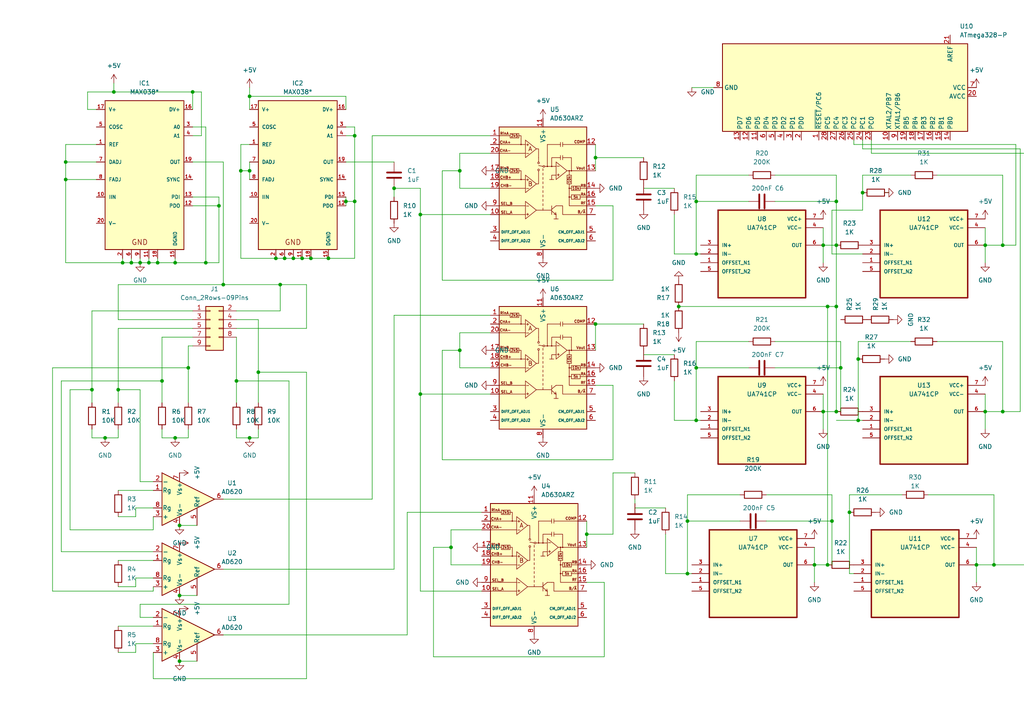
<source format=kicad_sch>
(kicad_sch (version 20211123) (generator eeschema)
  (paper "A4")
  (lib_symbols
    (symbol "Amplifier_Instrumentation:AD620" (pin_names (offset 0.127))
      (property "Reference" "U" (at 3.81 7.62 0))
      (property "Value" "AD620" (at 5.08 5.08 0))
      (symbol "AD620_1_1"
        (pin passive line (at -10.16 2.54 0) (length 2.54) (name "Rg") (number "1"))
        (pin input line (at -10.16 5.08 0) (length 2.54) (name "-") (number "2"))
        (pin input line (at -10.16 -5.08 0) (length 2.54) (name "+") (number "3"))
        (pin power_in line (at -2.54 -7.62 90) (length 2.54) (name "Vs-") (number "4"))
        (pin passive line (at 2.54 -7.62 90) (length 5.08) (name "Ref") (number "5"))
        (pin output line (at 10.16 0 180) (length 2.54) (name "~") (number "6"))
        (pin power_in line (at -2.54 7.62 270) (length 2.54) (name "Vs+") (number "7"))
        (pin passive line (at -10.16 -2.54 0) (length 2.54) (name "Rg") (number "8"))
      )
    )
    (symbol "Analog:AD630ARZ"
      (property "Reference" "U" (at -8.89 19.05 0))
      (property "Value" "AD630ARZ" (at 6.35 19.05 0))
      (symbol "AD630ARZ_0_0"
        (text "+" (at -4.445 -7.493 0) (effects (font (size 0.889 0.889))))
        (text "+" (at -4.445 2.54 0) (effects (font (size 0.889 0.889))))
        (text "+" (at -4.445 12.7 0) (effects (font (size 0.889 0.889))))
        (text "+" (at 4.445 3.937 0) (effects (font (size 0.889 0.889))))
        (text "-" (at -4.445 -5.08 0) (effects (font (size 0.889 0.889))))
        (text "-" (at -4.445 0 0) (effects (font (size 0.889 0.889))))
        (text "-" (at -4.445 10.16 0) (effects (font (size 0.889 0.889))))
        (text "-" (at 4.445 6.477 0) (effects (font (size 0.889 0.889))))
        (text "10k" (at 7.62 2.54 900) (effects (font (size 0.762 0.762))))
        (text "10k" (at 9.525 0 0) (effects (font (size 0.762 0.762))))
        (text "2k5" (at -8.255 5.08 0) (effects (font (size 0.762 0.762))))
        (text "2k5" (at -8.255 15.24 0) (effects (font (size 0.762 0.762))))
        (text "5k" (at 9.525 -2.54 0) (effects (font (size 0.762 0.762))))
        (text "A" (at -3.683 11.43 0) (effects (font (size 1.27 1.27))))
        (text "B" (at -3.683 1.27 0) (effects (font (size 1.27 1.27))))
        (text "B/~{A}" (at 11.176 -6.858 0) (effects (font (size 0.762 0.762))))
        (text "CHA+" (at -10.922 13.335 0) (effects (font (size 0.762 0.762))))
        (text "CHA-" (at -10.922 10.922 0) (effects (font (size 0.762 0.762))))
        (text "CHB+" (at -10.795 3.175 0) (effects (font (size 0.762 0.762))))
        (text "CHB-" (at -10.668 0.762 0) (effects (font (size 0.762 0.762))))
        (text "COMP" (at 10.668 13.462 0) (effects (font (size 0.762 0.762))))
        (text "RA" (at 11.684 -1.778 0) (effects (font (size 0.762 0.762))))
        (text "RB" (at 11.684 0.762 0) (effects (font (size 0.762 0.762))))
        (text "RF" (at 11.684 -4.318 0) (effects (font (size 0.762 0.762))))
        (text "RinA" (at -11.176 15.875 0) (effects (font (size 0.762 0.762))))
        (text "RinB" (at -11.176 5.842 0) (effects (font (size 0.762 0.762))))
        (text "SEL_A" (at -10.541 -6.985 0) (effects (font (size 0.762 0.762))))
        (text "SEL_B" (at -10.541 -4.445 0) (effects (font (size 0.762 0.762))))
        (text "Vout" (at 10.922 5.842 0) (effects (font (size 0.762 0.762))))
      )
      (symbol "AD630ARZ_1_1"
        (pin input line (at -15.24 15.24 0) (length 2.54) (name "RinA") (number "1"))
        (pin input line (at -15.24 -7.62 0) (length 2.54) (name "SEL_A") (number "10"))
        (pin power_in line (at 0 20.32 270) (length 2.54) (name "VS+") (number "11"))
        (pin passive line (at 15.24 12.7 180) (length 2.54) (name "COMP") (number "12"))
        (pin output line (at 15.24 5.08 180) (length 2.54) (name "Vout") (number "13"))
        (pin output line (at 15.24 0 180) (length 2.54) (name "RB") (number "14"))
        (pin output line (at 15.24 -5.08 180) (length 2.54) (name "RF") (number "15"))
        (pin output line (at 15.24 -2.54 180) (length 2.54) (name "RA") (number "16"))
        (pin input line (at -15.24 5.08 0) (length 2.54) (name "RinB") (number "17"))
        (pin input line (at -15.24 2.54 0) (length 2.54) (name "CHB+") (number "18"))
        (pin input line (at -15.24 0 0) (length 2.54) (name "CHB-") (number "19"))
        (pin input line (at -15.24 12.7 0) (length 2.54) (name "CHA+") (number "2"))
        (pin input line (at -15.24 10.16 0) (length 2.54) (name "CHA-") (number "20"))
        (pin passive line (at -15.24 -12.7 0) (length 2.54) (name "DIFF_OFF_ADJ1") (number "3"))
        (pin passive line (at -15.24 -15.24 0) (length 2.54) (name "DIFF_OFF_ADJ2") (number "4"))
        (pin passive line (at 15.24 -12.7 180) (length 2.54) (name "CM_OFF_ADJ1") (number "5"))
        (pin passive line (at 15.24 -15.24 180) (length 2.54) (name "CM_OFF_ADJ2") (number "6"))
        (pin open_collector line (at 15.24 -7.62 180) (length 2.54) (name "B/~{A}") (number "7"))
        (pin power_in line (at 0 -20.32 90) (length 2.54) (name "VS-") (number "8"))
        (pin input line (at -15.24 -5.08 0) (length 2.54) (name "SEL_B") (number "9"))
      )
    )
    (symbol "Connector_Generic:Conn_2Rows-09Pins" (pin_names (offset 1.016) hide)
      (property "Reference" "J" (at 1.27 7.62 0))
      (property "Value" "Conn_2Rows-09Pins" (at 1.27 -7.62 0))
      (symbol "Conn_2Rows-09Pins_1_1"
        (pin passive line (at -5.08 5.08 0) (length 3.81) (name "Pin_1") (number "1"))
        (pin passive line (at 7.62 5.08 180) (length 3.81) (name "Pin_2") (number "2"))
        (pin passive line (at -5.08 2.54 0) (length 3.81) (name "Pin_3") (number "3"))
        (pin passive line (at 7.62 2.54 180) (length 3.81) (name "Pin_4") (number "4"))
        (pin passive line (at -5.08 0 0) (length 3.81) (name "Pin_5") (number "5"))
        (pin passive line (at 7.62 0 180) (length 3.81) (name "Pin_6") (number "6"))
        (pin passive line (at -5.08 -2.54 0) (length 3.81) (name "Pin_7") (number "7"))
        (pin passive line (at 7.62 -2.54 180) (length 3.81) (name "Pin_8") (number "8"))
        (pin passive line (at -5.08 -5.08 0) (length 3.81) (name "Pin_9") (number "9"))
      )
    )
    (symbol "Device:C" (pin_numbers hide) (pin_names (offset 0.254))
      (property "Reference" "C" (at 0.635 2.54 0))
      (property "Value" "C" (at 0.635 -2.54 0))
      (symbol "C_1_1"
        (pin passive line (at 0 3.81 270) (length 2.794) (name "~") (number "1"))
        (pin passive line (at 0 -3.81 90) (length 2.794) (name "~") (number "2"))
      )
    )
    (symbol "Device:R" (pin_numbers hide) (pin_names (offset 0))
      (property "Reference" "R" (at 2.032 0 90))
      (property "Value" "R" (at 0 0 90))
      (symbol "R_1_1"
        (pin passive line (at 0 3.81 270) (length 1.27) (name "~") (number "1"))
        (pin passive line (at 0 -3.81 90) (length 1.27) (name "~") (number "2"))
      )
    )
    (symbol "MAX038_:MAX038*" (pin_names (offset 1.016))
      (property "Reference" "IC" (at -12.7 19.0754 0))
      (property "Value" "MAX038*" (at 0 -5.08 90))
      (symbol "MAX038*_0_0"
        (text "GND" (at -5.08 -24.1554 0) (effects (font (size 1.524 1.524)) (justify left bottom)))
        (pin output line (at -15.24 5.08 0) (length 2.54) (name "REF") (number "1"))
        (pin passive line (at -15.24 -10.16 0) (length 2.54) (name "IIN") (number "10"))
        (pin power_in line (at 0 -27.94 90) (length 2.54) (name "~") (number "11"))
        (pin output line (at 12.7 -12.7 180) (length 2.54) (name "PDO") (number "12"))
        (pin input line (at 12.7 -10.16 180) (length 2.54) (name "PDI") (number "13"))
        (pin output line (at 12.7 -5.08 180) (length 2.54) (name "SYNC") (number "14"))
        (pin power_in line (at 7.62 -27.94 90) (length 2.54) (name "DGND") (number "15"))
        (pin power_in line (at 12.7 15.24 180) (length 2.54) (name "DV+") (number "16"))
        (pin power_in line (at -15.24 15.24 0) (length 2.54) (name "V+") (number "17"))
        (pin power_in line (at 2.54 -27.94 90) (length 2.54) (name "~") (number "18"))
        (pin output line (at 12.7 0 180) (length 2.54) (name "OUT") (number "19"))
        (pin power_in line (at -7.62 -27.94 90) (length 2.54) (name "~") (number "2"))
        (pin power_in line (at -15.24 -17.78 0) (length 2.54) (name "V-") (number "20"))
        (pin input line (at 12.7 10.16 180) (length 2.54) (name "A0") (number "3"))
        (pin input line (at 12.7 7.62 180) (length 2.54) (name "A1") (number "4"))
        (pin passive line (at -15.24 10.16 0) (length 2.54) (name "COSC") (number "5"))
        (pin power_in line (at -5.08 -27.94 90) (length 2.54) (name "~") (number "6"))
        (pin input line (at -15.24 0 0) (length 2.54) (name "DADJ") (number "7"))
        (pin input line (at -15.24 -5.08 0) (length 2.54) (name "FADJ") (number "8"))
        (pin power_in line (at -2.54 -27.94 90) (length 2.54) (name "~") (number "9"))
      )
    )
    (symbol "MCU_Microchip_ATmega:ATmega328-P"
      (property "Reference" "U" (at -12.7 36.83 0))
      (property "Value" "ATmega328-P" (at 2.54 -36.83 0))
      (symbol "ATmega328-P_1_1"
        (pin bidirectional line (at 15.24 -7.62 180) (length 2.54) (name "~{RESET}/PC6") (number "1"))
        (pin bidirectional line (at 15.24 12.7 180) (length 2.54) (name "XTAL2/PB7") (number "10"))
        (pin bidirectional line (at 15.24 -25.4 180) (length 2.54) (name "PD5") (number "11"))
        (pin bidirectional line (at 15.24 -27.94 180) (length 2.54) (name "PD6") (number "12"))
        (pin bidirectional line (at 15.24 -30.48 180) (length 2.54) (name "PD7") (number "13"))
        (pin bidirectional line (at 15.24 30.48 180) (length 2.54) (name "PB0") (number "14"))
        (pin bidirectional line (at 15.24 27.94 180) (length 2.54) (name "PB1") (number "15"))
        (pin bidirectional line (at 15.24 25.4 180) (length 2.54) (name "PB2") (number "16"))
        (pin bidirectional line (at 15.24 22.86 180) (length 2.54) (name "PB3") (number "17"))
        (pin bidirectional line (at 15.24 20.32 180) (length 2.54) (name "PB4") (number "18"))
        (pin bidirectional line (at 15.24 17.78 180) (length 2.54) (name "PB5") (number "19"))
        (pin bidirectional line (at 15.24 -12.7 180) (length 2.54) (name "PD0") (number "2"))
        (pin power_in line (at 2.54 38.1 270) (length 2.54) (name "AVCC") (number "20"))
        (pin passive line (at -15.24 30.48 0) (length 2.54) (name "AREF") (number "21"))
        (pin passive line (at 0 -38.1 90) (length 2.54) hide (name "GND") (number "22"))
        (pin bidirectional line (at 15.24 7.62 180) (length 2.54) (name "PC0") (number "23"))
        (pin bidirectional line (at 15.24 5.08 180) (length 2.54) (name "PC1") (number "24"))
        (pin bidirectional line (at 15.24 2.54 180) (length 2.54) (name "PC2") (number "25"))
        (pin bidirectional line (at 15.24 0 180) (length 2.54) (name "PC3") (number "26"))
        (pin bidirectional line (at 15.24 -2.54 180) (length 2.54) (name "PC4") (number "27"))
        (pin bidirectional line (at 15.24 -5.08 180) (length 2.54) (name "PC5") (number "28"))
        (pin bidirectional line (at 15.24 -15.24 180) (length 2.54) (name "PD1") (number "3"))
        (pin bidirectional line (at 15.24 -17.78 180) (length 2.54) (name "PD2") (number "4"))
        (pin bidirectional line (at 15.24 -20.32 180) (length 2.54) (name "PD3") (number "5"))
        (pin bidirectional line (at 15.24 -22.86 180) (length 2.54) (name "PD4") (number "6"))
        (pin power_in line (at 0 38.1 270) (length 2.54) (name "VCC") (number "7"))
        (pin power_in line (at 0 -38.1 90) (length 2.54) (name "GND") (number "8"))
        (pin bidirectional line (at 15.24 15.24 180) (length 2.54) (name "XTAL1/PB6") (number "9"))
      )
    )
    (symbol "power:+5V" (power) (pin_names (offset 0))
      (property "Value" "+5V" (at 0 3.556 0))
      (symbol "+5V_1_1"
        (pin power_in line (at 0 0 90) (length 0) hide (name "+5V") (number "1"))
      )
    )
    (symbol "power:GND" (power) (pin_names (offset 0))
      (property "Value" "GND" (at 0 -3.81 0))
      (symbol "GND_1_1"
        (pin power_in line (at 0 0 270) (length 0) hide (name "GND") (number "1"))
      )
    )
    (symbol "uA741:UA741CP" (pin_names (offset 1.016))
      (property "Reference" "U" (at -12.7 13.6906 0))
      (property "Value" "UA741CP" (at -12.7 -16.6878 0))
      (symbol "UA741CP_0_0"
        (pin input line (at -17.78 -2.54 0) (length 5.08) (name "OFFSET_N1") (number "1"))
        (pin input line (at -17.78 0 0) (length 5.08) (name "IN-") (number "2"))
        (pin input line (at -17.78 2.54 0) (length 5.08) (name "IN+") (number "3"))
        (pin power_in line (at 17.78 7.62 180) (length 5.08) (name "VCC-") (number "4"))
        (pin input line (at -17.78 -5.08 0) (length 5.08) (name "OFFSET_N2") (number "5"))
        (pin output line (at 17.78 2.54 180) (length 5.08) (name "OUT") (number "6"))
        (pin power_in line (at 17.78 10.16 180) (length 5.08) (name "VCC+") (number "7"))
      )
    )
  )
  (junction (at 72.39 49.53))
  (junction (at 87.63 74.93))
  (junction (at 45.72 76.2))
  (junction (at 238.76 119.38))
  (junction (at 95.25 74.93))
  (junction (at 74.93 107.95))
  (junction (at 196.85 88.9))
  (junction (at 240.03 163.83))
  (junction (at 121.92 62.23))
  (junction (at 38.1 76.2))
  (junction (at 285.75 119.38))
  (junction (at 238.76 71.12))
  (junction (at 172.72 45.72))
  (junction (at 248.92 104.14))
  (junction (at 246.38 148.59))
  (junction (at 52.07 172.72))
  (junction (at 242.57 71.12))
  (junction (at 50.8 76.2))
  (junction (at 26.67 113.03))
  (junction (at 52.07 191.77))
  (junction (at 201.93 58.42))
  (junction (at 201.93 106.68))
  (junction (at 40.64 76.2))
  (junction (at 34.29 113.03))
  (junction (at 241.3 151.13))
  (junction (at 248.92 121.92))
  (junction (at 285.75 71.12))
  (junction (at 19.05 46.99))
  (junction (at 52.07 152.4))
  (junction (at 172.72 93.98))
  (junction (at 46.99 110.49))
  (junction (at 242.57 119.38))
  (junction (at 82.55 74.93))
  (junction (at 85.09 74.93))
  (junction (at 170.18 154.94))
  (junction (at 100.33 58.42))
  (junction (at 72.39 127))
  (junction (at 90.17 74.93))
  (junction (at 243.84 106.68))
  (junction (at 236.22 163.83))
  (junction (at 81.28 82.55))
  (junction (at 242.57 88.9))
  (junction (at 242.57 58.42))
  (junction (at 69.85 49.53))
  (junction (at 199.39 166.37))
  (junction (at 121.92 114.3))
  (junction (at 250.19 55.88))
  (junction (at 50.8 127))
  (junction (at 290.83 71.12))
  (junction (at 201.93 121.92))
  (junction (at 199.39 151.13))
  (junction (at 240.03 88.9))
  (junction (at 64.77 82.55))
  (junction (at 55.88 26.67))
  (junction (at 133.35 101.6))
  (junction (at 290.83 119.38))
  (junction (at 30.48 127))
  (junction (at 54.61 106.68))
  (junction (at 63.5 59.69))
  (junction (at 59.69 76.2))
  (junction (at 102.87 39.37))
  (junction (at 19.05 52.07))
  (junction (at 80.01 74.93))
  (junction (at 33.02 26.67))
  (junction (at 288.29 163.83))
  (junction (at 43.18 76.2))
  (junction (at 133.35 49.53))
  (junction (at 72.39 27.94))
  (junction (at 102.87 58.42))
  (junction (at 68.58 110.49))
  (junction (at 130.81 158.75))
  (junction (at 283.21 163.83))
  (junction (at 201.93 73.66))
  (junction (at 114.3 54.61))
  (junction (at 35.56 76.2))
  (wire (pts (xy 74.93 107.95) (xy 88.9 107.95)))
  (wire (pts (xy 55.88 46.99) (xy 64.77 46.99)))
  (wire (pts (xy 242.57 119.38) (xy 243.84 119.38)))
  (wire (pts (xy 26.67 90.17) (xy 55.88 90.17)))
  (wire (pts (xy 172.72 93.98) (xy 172.72 101.6)))
  (wire (pts (xy 40.64 175.26) (xy 40.64 179.07)))
  (wire (pts (xy 64.77 184.15) (xy 118.11 184.15)))
  (wire (pts (xy 40.64 74.93) (xy 40.64 76.2)))
  (wire (pts (xy 285.75 71.12) (xy 285.75 76.2)))
  (wire (pts (xy 74.93 92.71) (xy 74.93 107.95)))
  (wire (pts (xy 100.33 27.94) (xy 100.33 31.75)))
  (wire (pts (xy 201.93 121.92) (xy 201.93 106.68)))
  (wire (pts (xy 72.39 46.99) (xy 72.39 49.53)))
  (wire (pts (xy 201.93 58.42) (xy 217.17 58.42)))
  (wire (pts (xy 87.63 74.93) (xy 90.17 74.93)))
  (wire (pts (xy 170.18 154.94) (xy 170.18 158.75)))
  (wire (pts (xy 34.29 162.56) (xy 44.45 162.56)))
  (wire (pts (xy 248.92 99.06) (xy 248.92 104.14)))
  (wire (pts (xy 201.93 50.8) (xy 201.93 58.42)))
  (wire (pts (xy 58.42 39.37) (xy 58.42 26.67)))
  (wire (pts (xy 27.94 41.91) (xy 19.05 41.91)))
  (wire (pts (xy 34.29 82.55) (xy 64.77 82.55)))
  (wire (pts (xy 264.16 99.06) (xy 248.92 99.06)))
  (wire (pts (xy 46.99 124.46) (xy 46.99 127)))
  (wire (pts (xy 246.38 143.51) (xy 246.38 148.59)))
  (wire (pts (xy 139.7 171.45) (xy 121.92 171.45)))
  (wire (pts (xy 247.65 41.91) (xy 247.65 40.64)))
  (wire (pts (xy 195.58 110.49) (xy 195.58 121.92)))
  (wire (pts (xy 133.35 54.61) (xy 133.35 49.53)))
  (wire (pts (xy 139.7 163.83) (xy 130.81 163.83)))
  (wire (pts (xy 250.19 50.8) (xy 250.19 55.88)))
  (wire (pts (xy 52.07 172.72) (xy 57.15 172.72)))
  (wire (pts (xy 100.33 57.15) (xy 100.33 58.42)))
  (wire (pts (xy 133.35 96.52) (xy 142.24 96.52)))
  (wire (pts (xy 34.29 92.71) (xy 55.88 92.71)))
  (wire (pts (xy 242.57 58.42) (xy 242.57 71.12)))
  (wire (pts (xy 64.77 82.55) (xy 81.28 82.55)))
  (wire (pts (xy 290.83 99.06) (xy 290.83 119.38)))
  (wire (pts (xy 172.72 111.76) (xy 177.8 111.76)))
  (wire (pts (xy 224.79 99.06) (xy 243.84 99.06)))
  (wire (pts (xy 290.83 50.8) (xy 290.83 71.12)))
  (wire (pts (xy 54.61 124.46) (xy 54.61 127)))
  (wire (pts (xy 128.27 133.35) (xy 177.8 133.35)))
  (wire (pts (xy 34.29 142.24) (xy 44.45 142.24)))
  (wire (pts (xy 195.58 62.23) (xy 195.58 73.66)))
  (wire (pts (xy 52.07 191.77) (xy 57.15 191.77)))
  (wire (pts (xy 90.17 74.93) (xy 95.25 74.93)))
  (wire (pts (xy 133.35 101.6) (xy 133.35 96.52)))
  (wire (pts (xy 34.29 82.55) (xy 34.29 92.71)))
  (wire (pts (xy 297.18 163.83) (xy 297.18 44.45)))
  (wire (pts (xy 88.9 196.85) (xy 44.45 196.85)))
  (wire (pts (xy 45.72 76.2) (xy 50.8 76.2)))
  (wire (pts (xy 59.69 76.2) (xy 63.5 76.2)))
  (wire (pts (xy 43.18 74.93) (xy 43.18 76.2)))
  (wire (pts (xy 26.67 127) (xy 30.48 127)))
  (wire (pts (xy 288.29 163.83) (xy 297.18 163.83)))
  (wire (pts (xy 295.91 43.18) (xy 250.19 43.18)))
  (wire (pts (xy 34.29 113.03) (xy 40.64 113.03)))
  (wire (pts (xy 285.75 119.38) (xy 285.75 124.46)))
  (wire (pts (xy 248.92 121.92) (xy 250.19 121.92)))
  (wire (pts (xy 184.15 144.78) (xy 184.15 146.05)))
  (wire (pts (xy 128.27 81.28) (xy 177.8 81.28)))
  (wire (pts (xy 222.25 143.51) (xy 241.3 143.51)))
  (wire (pts (xy 72.39 49.53) (xy 69.85 49.53)))
  (wire (pts (xy 130.81 163.83) (xy 130.81 158.75)))
  (wire (pts (xy 172.72 41.91) (xy 172.72 45.72)))
  (wire (pts (xy 34.29 127) (xy 30.48 127)))
  (wire (pts (xy 264.16 50.8) (xy 250.19 50.8)))
  (wire (pts (xy 177.8 154.94) (xy 177.8 137.16)))
  (wire (pts (xy 172.72 59.69) (xy 177.8 59.69)))
  (wire (pts (xy 72.39 49.53) (xy 72.39 52.07)))
  (wire (pts (xy 238.76 66.04) (xy 238.76 71.12)))
  (wire (pts (xy 297.18 44.45) (xy 252.73 44.45)))
  (wire (pts (xy 283.21 163.83) (xy 283.21 168.91)))
  (wire (pts (xy 39.37 147.32) (xy 39.37 149.86)))
  (wire (pts (xy 217.17 39.37) (xy 217.17 40.64)))
  (wire (pts (xy 68.58 110.49) (xy 83.82 110.49)))
  (wire (pts (xy 55.88 57.15) (xy 63.5 57.15)))
  (wire (pts (xy 240.03 88.9) (xy 242.57 88.9)))
  (wire (pts (xy 102.87 39.37) (xy 100.33 39.37)))
  (wire (pts (xy 201.93 73.66) (xy 203.2 73.66)))
  (wire (pts (xy 170.18 151.13) (xy 170.18 154.94)))
  (wire (pts (xy 201.93 73.66) (xy 201.93 58.42)))
  (wire (pts (xy 283.21 158.75) (xy 283.21 163.83)))
  (wire (pts (xy 55.88 39.37) (xy 58.42 39.37)))
  (wire (pts (xy 54.61 100.33) (xy 54.61 106.68)))
  (wire (pts (xy 246.38 148.59) (xy 246.38 166.37)))
  (wire (pts (xy 19.05 76.2) (xy 35.56 76.2)))
  (wire (pts (xy 242.57 121.92) (xy 248.92 121.92)))
  (wire (pts (xy 121.92 54.61) (xy 121.92 62.23)))
  (wire (pts (xy 39.37 167.64) (xy 39.37 170.18)))
  (wire (pts (xy 34.29 95.25) (xy 34.29 113.03)))
  (wire (pts (xy 199.39 151.13) (xy 214.63 151.13)))
  (wire (pts (xy 25.4 26.67) (xy 25.4 31.75)))
  (wire (pts (xy 17.78 160.02) (xy 44.45 160.02)))
  (wire (pts (xy 64.77 165.1) (xy 114.3 165.1)))
  (wire (pts (xy 82.55 74.93) (xy 85.09 74.93)))
  (wire (pts (xy 74.93 124.46) (xy 74.93 127)))
  (wire (pts (xy 285.75 66.04) (xy 285.75 71.12)))
  (wire (pts (xy 196.85 88.9) (xy 240.03 88.9)))
  (wire (pts (xy 199.39 143.51) (xy 199.39 151.13)))
  (wire (pts (xy 241.3 151.13) (xy 241.3 163.83)))
  (wire (pts (xy 250.19 73.66) (xy 241.3 73.66)))
  (wire (pts (xy 238.76 71.12) (xy 238.76 76.2)))
  (wire (pts (xy 68.58 127) (xy 72.39 127)))
  (wire (pts (xy 69.85 74.93) (xy 80.01 74.93)))
  (wire (pts (xy 130.81 153.67) (xy 139.7 153.67)))
  (wire (pts (xy 54.61 106.68) (xy 54.61 116.84)))
  (wire (pts (xy 63.5 57.15) (xy 63.5 59.69)))
  (wire (pts (xy 46.99 127) (xy 50.8 127)))
  (wire (pts (xy 43.18 76.2) (xy 45.72 76.2)))
  (wire (pts (xy 142.24 39.37) (xy 107.95 39.37)))
  (wire (pts (xy 72.39 27.94) (xy 100.33 27.94)))
  (wire (pts (xy 26.67 113.03) (xy 26.67 116.84)))
  (wire (pts (xy 238.76 119.38) (xy 238.76 124.46)))
  (wire (pts (xy 17.78 110.49) (xy 17.78 160.02)))
  (wire (pts (xy 250.19 43.18) (xy 250.19 40.64)))
  (wire (pts (xy 294.64 71.12) (xy 294.64 41.91)))
  (wire (pts (xy 121.92 62.23) (xy 142.24 62.23)))
  (wire (pts (xy 44.45 153.67) (xy 20.32 153.67)))
  (wire (pts (xy 19.05 46.99) (xy 27.94 46.99)))
  (wire (pts (xy 224.79 58.42) (xy 242.57 58.42)))
  (wire (pts (xy 133.35 49.53) (xy 133.35 44.45)))
  (wire (pts (xy 172.72 45.72) (xy 186.69 45.72)))
  (wire (pts (xy 27.94 31.75) (xy 25.4 31.75)))
  (wire (pts (xy 193.04 166.37) (xy 199.39 166.37)))
  (wire (pts (xy 285.75 119.38) (xy 290.83 119.38)))
  (wire (pts (xy 55.88 59.69) (xy 63.5 59.69)))
  (wire (pts (xy 72.39 127) (xy 74.93 127)))
  (wire (pts (xy 68.58 90.17) (xy 81.28 90.17)))
  (wire (pts (xy 40.64 179.07) (xy 44.45 179.07)))
  (wire (pts (xy 195.58 73.66) (xy 201.93 73.66)))
  (wire (pts (xy 285.75 114.3) (xy 285.75 119.38)))
  (wire (pts (xy 133.35 44.45) (xy 142.24 44.45)))
  (wire (pts (xy 20.32 113.03) (xy 26.67 113.03)))
  (wire (pts (xy 40.64 113.03) (xy 40.64 139.7)))
  (wire (pts (xy 238.76 71.12) (xy 242.57 71.12)))
  (wire (pts (xy 241.3 73.66) (xy 241.3 60.96)))
  (wire (pts (xy 102.87 39.37) (xy 102.87 58.42)))
  (wire (pts (xy 186.69 102.87) (xy 195.58 102.87)))
  (wire (pts (xy 81.28 82.55) (xy 81.28 90.17)))
  (wire (pts (xy 50.8 127) (xy 54.61 127)))
  (wire (pts (xy 114.3 91.44) (xy 142.24 91.44)))
  (wire (pts (xy 44.45 186.69) (xy 39.37 186.69)))
  (wire (pts (xy 238.76 114.3) (xy 238.76 119.38)))
  (wire (pts (xy 125.73 190.5) (xy 125.73 158.75)))
  (wire (pts (xy 69.85 49.53) (xy 69.85 74.93)))
  (wire (pts (xy 285.75 71.12) (xy 290.83 71.12)))
  (wire (pts (xy 102.87 58.42) (xy 102.87 74.93)))
  (wire (pts (xy 269.24 143.51) (xy 288.29 143.51)))
  (wire (pts (xy 248.92 104.14) (xy 248.92 121.92)))
  (wire (pts (xy 118.11 148.59) (xy 139.7 148.59)))
  (wire (pts (xy 83.82 175.26) (xy 40.64 175.26)))
  (wire (pts (xy 39.37 189.23) (xy 34.29 189.23)))
  (wire (pts (xy 46.99 110.49) (xy 46.99 116.84)))
  (wire (pts (xy 222.25 151.13) (xy 241.3 151.13)))
  (wire (pts (xy 38.1 74.93) (xy 38.1 76.2)))
  (wire (pts (xy 199.39 166.37) (xy 199.39 151.13)))
  (wire (pts (xy 15.24 106.68) (xy 15.24 171.45)))
  (wire (pts (xy 19.05 46.99) (xy 19.05 52.07)))
  (wire (pts (xy 54.61 106.68) (xy 15.24 106.68)))
  (wire (pts (xy 195.58 121.92) (xy 201.93 121.92)))
  (wire (pts (xy 290.83 71.12) (xy 294.64 71.12)))
  (wire (pts (xy 107.95 39.37) (xy 107.95 144.78)))
  (wire (pts (xy 74.93 107.95) (xy 74.93 116.84)))
  (wire (pts (xy 236.22 163.83) (xy 240.03 163.83)))
  (wire (pts (xy 175.26 168.91) (xy 175.26 190.5)))
  (wire (pts (xy 128.27 133.35) (xy 128.27 101.6)))
  (wire (pts (xy 27.94 52.07) (xy 19.05 52.07)))
  (wire (pts (xy 236.22 158.75) (xy 236.22 163.83)))
  (wire (pts (xy 72.39 25.4) (xy 72.39 27.94)))
  (wire (pts (xy 271.78 99.06) (xy 290.83 99.06)))
  (wire (pts (xy 69.85 41.91) (xy 69.85 49.53)))
  (wire (pts (xy 102.87 36.83) (xy 102.87 39.37)))
  (wire (pts (xy 114.3 54.61) (xy 121.92 54.61)))
  (wire (pts (xy 172.72 93.98) (xy 186.69 93.98)))
  (wire (pts (xy 224.79 106.68) (xy 243.84 106.68)))
  (wire (pts (xy 200.66 25.4) (xy 207.01 25.4)))
  (wire (pts (xy 55.88 97.79) (xy 46.99 97.79)))
  (wire (pts (xy 170.18 168.91) (xy 175.26 168.91)))
  (wire (pts (xy 142.24 106.68) (xy 133.35 106.68)))
  (wire (pts (xy 100.33 58.42) (xy 102.87 58.42)))
  (wire (pts (xy 224.79 50.8) (xy 242.57 50.8)))
  (wire (pts (xy 257.81 55.88) (xy 256.54 55.88)))
  (wire (pts (xy 68.58 110.49) (xy 68.58 116.84)))
  (wire (pts (xy 177.8 137.16) (xy 184.15 137.16)))
  (wire (pts (xy 34.29 113.03) (xy 34.29 116.84)))
  (wire (pts (xy 121.92 114.3) (xy 142.24 114.3)))
  (wire (pts (xy 241.3 60.96) (xy 250.19 60.96)))
  (wire (pts (xy 142.24 54.61) (xy 133.35 54.61)))
  (wire (pts (xy 33.02 24.13) (xy 33.02 26.67)))
  (wire (pts (xy 55.88 95.25) (xy 34.29 95.25)))
  (wire (pts (xy 295.91 43.18) (xy 295.91 119.38)))
  (wire (pts (xy 242.57 88.9) (xy 242.57 119.38)))
  (wire (pts (xy 241.3 143.51) (xy 241.3 151.13)))
  (wire (pts (xy 40.64 139.7) (xy 44.45 139.7)))
  (wire (pts (xy 20.32 153.67) (xy 20.32 113.03)))
  (wire (pts (xy 45.72 74.93) (xy 45.72 76.2)))
  (wire (pts (xy 295.91 119.38) (xy 290.83 119.38)))
  (wire (pts (xy 186.69 54.61) (xy 195.58 54.61)))
  (wire (pts (xy 55.88 100.33) (xy 54.61 100.33)))
  (wire (pts (xy 294.64 41.91) (xy 247.65 41.91)))
  (wire (pts (xy 261.62 143.51) (xy 246.38 143.51)))
  (wire (pts (xy 177.8 111.76) (xy 177.8 133.35)))
  (wire (pts (xy 252.73 44.45) (xy 252.73 40.64)))
  (wire (pts (xy 100.33 46.99) (xy 114.3 46.99)))
  (wire (pts (xy 72.39 27.94) (xy 72.39 31.75)))
  (wire (pts (xy 83.82 110.49) (xy 83.82 175.26)))
  (wire (pts (xy 81.28 82.55) (xy 88.9 82.55)))
  (wire (pts (xy 238.76 119.38) (xy 242.57 119.38)))
  (wire (pts (xy 26.67 124.46) (xy 26.67 127)))
  (wire (pts (xy 68.58 124.46) (xy 68.58 127)))
  (wire (pts (xy 240.03 88.9) (xy 240.03 163.83)))
  (wire (pts (xy 44.45 147.32) (xy 39.37 147.32)))
  (wire (pts (xy 34.29 124.46) (xy 34.29 127)))
  (wire (pts (xy 88.9 107.95) (xy 88.9 196.85)))
  (wire (pts (xy 39.37 170.18) (xy 34.29 170.18)))
  (wire (pts (xy 177.8 59.69) (xy 177.8 81.28)))
  (wire (pts (xy 44.45 170.18) (xy 44.45 171.45)))
  (wire (pts (xy 85.09 74.93) (xy 87.63 74.93)))
  (wire (pts (xy 55.88 31.75) (xy 55.88 26.67)))
  (wire (pts (xy 44.45 167.64) (xy 39.37 167.64)))
  (wire (pts (xy 193.04 154.94) (xy 193.04 166.37)))
  (wire (pts (xy 114.3 165.1) (xy 114.3 91.44)))
  (wire (pts (xy 44.45 149.86) (xy 44.45 153.67)))
  (wire (pts (xy 199.39 166.37) (xy 200.66 166.37)))
  (wire (pts (xy 19.05 52.07) (xy 19.05 76.2)))
  (wire (pts (xy 283.21 163.83) (xy 288.29 163.83)))
  (wire (pts (xy 39.37 186.69) (xy 39.37 189.23)))
  (wire (pts (xy 240.03 163.83) (xy 241.3 163.83)))
  (wire (pts (xy 46.99 110.49) (xy 17.78 110.49)))
  (wire (pts (xy 121.92 62.23) (xy 121.92 114.3)))
  (wire (pts (xy 34.29 181.61) (xy 44.45 181.61)))
  (wire (pts (xy 130.81 158.75) (xy 130.81 153.67)))
  (wire (pts (xy 242.57 71.12) (xy 242.57 88.9)))
  (wire (pts (xy 46.99 97.79) (xy 46.99 110.49)))
  (wire (pts (xy 125.73 158.75) (xy 130.81 158.75)))
  (wire (pts (xy 201.93 99.06) (xy 201.93 106.68)))
  (wire (pts (xy 243.84 99.06) (xy 243.84 106.68)))
  (wire (pts (xy 214.63 143.51) (xy 199.39 143.51)))
  (wire (pts (xy 52.07 152.4) (xy 57.15 152.4)))
  (wire (pts (xy 59.69 36.83) (xy 59.69 76.2)))
  (wire (pts (xy 72.39 41.91) (xy 69.85 41.91)))
  (wire (pts (xy 100.33 36.83) (xy 102.87 36.83)))
  (wire (pts (xy 80.01 74.93) (xy 82.55 74.93)))
  (wire (pts (xy 100.33 58.42) (xy 100.33 59.69)))
  (wire (pts (xy 125.73 190.5) (xy 175.26 190.5)))
  (wire (pts (xy 64.77 46.99) (xy 64.77 82.55)))
  (wire (pts (xy 35.56 76.2) (xy 38.1 76.2)))
  (wire (pts (xy 55.88 26.67) (xy 58.42 26.67)))
  (wire (pts (xy 33.02 26.67) (xy 25.4 26.67)))
  (wire (pts (xy 271.78 50.8) (xy 290.83 50.8)))
  (wire (pts (xy 38.1 76.2) (xy 40.64 76.2)))
  (wire (pts (xy 64.77 144.78) (xy 107.95 144.78)))
  (wire (pts (xy 95.25 74.93) (xy 102.87 74.93)))
  (wire (pts (xy 44.45 189.23) (xy 44.45 196.85)))
  (wire (pts (xy 250.19 60.96) (xy 250.19 55.88)))
  (wire (pts (xy 118.11 184.15) (xy 118.11 148.59)))
  (wire (pts (xy 63.5 59.69) (xy 63.5 76.2)))
  (wire (pts (xy 217.17 99.06) (xy 201.93 99.06)))
  (wire (pts (xy 121.92 171.45) (xy 121.92 114.3)))
  (wire (pts (xy 172.72 45.72) (xy 172.72 49.53)))
  (wire (pts (xy 133.35 106.68) (xy 133.35 101.6)))
  (wire (pts (xy 243.84 106.68) (xy 243.84 119.38)))
  (wire (pts (xy 128.27 81.28) (xy 128.27 49.53)))
  (wire (pts (xy 39.37 149.86) (xy 34.29 149.86)))
  (wire (pts (xy 246.38 166.37) (xy 247.65 166.37)))
  (wire (pts (xy 88.9 95.25) (xy 88.9 82.55)))
  (wire (pts (xy 217.17 50.8) (xy 201.93 50.8)))
  (wire (pts (xy 35.56 74.93) (xy 35.56 76.2)))
  (wire (pts (xy 170.18 154.94) (xy 177.8 154.94)))
  (wire (pts (xy 33.02 26.67) (xy 55.88 26.67)))
  (wire (pts (xy 128.27 49.53) (xy 133.35 49.53)))
  (wire (pts (xy 26.67 90.17) (xy 26.67 113.03)))
  (wire (pts (xy 68.58 92.71) (xy 74.93 92.71)))
  (wire (pts (xy 201.93 106.68) (xy 217.17 106.68)))
  (wire (pts (xy 201.93 121.92) (xy 203.2 121.92)))
  (wire (pts (xy 68.58 95.25) (xy 88.9 95.25)))
  (wire (pts (xy 19.05 41.91) (xy 19.05 46.99)))
  (wire (pts (xy 50.8 74.93) (xy 50.8 76.2)))
  (wire (pts (xy 288.29 143.51) (xy 288.29 163.83)))
  (wire (pts (xy 40.64 76.2) (xy 43.18 76.2)))
  (wire (pts (xy 15.24 171.45) (xy 44.45 171.45)))
  (wire (pts (xy 68.58 97.79) (xy 68.58 110.49)))
  (wire (pts (xy 55.88 36.83) (xy 59.69 36.83)))
  (wire (pts (xy 184.15 147.32) (xy 193.04 147.32)))
  (wire (pts (xy 114.3 57.15) (xy 114.3 54.61)))
  (wire (pts (xy 50.8 76.2) (xy 59.69 76.2)))
  (wire (pts (xy 242.57 50.8) (xy 242.57 58.42)))
  (wire (pts (xy 236.22 163.83) (xy 236.22 168.91)))
  (wire (pts (xy 128.27 101.6) (xy 133.35 101.6)))
  (symbol (lib_id "power:+5V") (at 285.75 111.76 0) (unit 1)
    (property "Reference" "#PWR0132" (effects hide))
    (property "Value" "+5V" (at 285.75 106.68 0))
  )
  (symbol (lib_id "MCU_Microchip_ATmega:ATmega328-P") (at 245.11 25.4 270) (unit 1)
    (property "Reference" "U10" (at 278.3587 7.62 90) (effects (justify left)))
    (property "Value" "ATmega328-P" (at 278.3587 10.16 90) (effects (justify left)))
    (property "Footprint" "Package_DIP:DIP-28_W7.62mm" (effects hide))
    (property "Datasheet" "http://ww1.microchip.com/downloads/en/DeviceDoc/ATmega328_P%20AVR%20MCU%20with%20picoPower%20Technology%20Data%20Sheet%2040001984A.pdf" (effects hide))
  )
  (symbol (lib_id "power:GND") (at 72.39 127 0) (unit 1)
    (property "Reference" "#PWR0147" (effects hide))
    (property "Value" "GND" (at 72.39 132.08 0))
  )
  (symbol (lib_id "Device:R") (at 46.99 120.65 0) (unit 1)
    (property "Reference" "R6" (at 49.7787 119.3799 0) (effects (justify left)))
    (property "Value" "10K" (at 49.7787 121.9199 0) (effects (justify left)))
    (property "Footprint" "Resistor_SMD:R_0805_2012Metric_Pad1.20x1.40mm_HandSolder" (effects hide))
  )
  (symbol (lib_id "power:GND") (at 259.08 92.71 90) (unit 1)
    (property "Reference" "#PWR0130" (effects hide))
    (property "Value" "GND" (at 264.16 92.71 0))
  )
  (symbol (lib_id "Device:R") (at 243.84 163.83 270) (unit 1)
    (property "Reference" "R22" (at 243.84 157.48 90))
    (property "Value" "1K" (at 243.84 160.02 90))
    (property "Footprint" "Resistor_SMD:R_0805_2012Metric_Pad1.20x1.40mm_HandSolder" (effects hide))
  )
  (symbol (lib_id "power:+5V") (at 196.85 96.52 180) (unit 1)
    (property "Reference" "#PWR0102" (effects hide))
    (property "Value" "+5V" (at 196.85 101.6 0))
  )
  (symbol (lib_id "power:+5V") (at 33.02 24.13 0) (unit 1)
    (property "Reference" "#PWR0145" (effects hide))
    (property "Value" "+5V" (at 33.02 19.05 0))
  )
  (symbol (lib_id "power:GND") (at 238.76 124.46 0) (unit 1)
    (property "Reference" "#PWR0104" (effects hide))
    (property "Value" "GND" (at 238.76 129.54 0))
  )
  (symbol (lib_id "power:GND") (at 114.3 64.77 0) (unit 1)
    (property "Reference" "#PWR0140" (effects hide))
    (property "Value" "GND" (at 114.3 69.85 0))
  )
  (symbol (lib_id "power:GND") (at 142.24 111.76 270) (unit 1)
    (property "Reference" "#PWR0111" (effects hide))
    (property "Value" "GND" (at 134.62 111.76 90) (effects (justify left)))
  )
  (symbol (lib_id "Device:R") (at 186.69 97.79 180) (unit 1)
    (property "Reference" "R13" (at 189.23 96.5199 0) (effects (justify right)))
    (property "Value" "1K" (at 189.23 99.0599 0) (effects (justify right)))
    (property "Footprint" "Resistor_SMD:R_0805_2012Metric_Pad1.20x1.40mm_HandSolder" (effects hide))
  )
  (symbol (lib_id "power:+5V") (at 52.07 137.16 270) (unit 1)
    (property "Reference" "#PWR0150" (effects hide))
    (property "Value" "+5V" (at 57.15 137.16 0))
  )
  (symbol (lib_id "power:GND") (at 154.94 184.15 0) (unit 1)
    (property "Reference" "#PWR0114" (effects hide))
    (property "Value" "GND" (at 154.94 189.23 0))
  )
  (symbol (lib_id "power:+5V") (at 238.76 63.5 0) (unit 1)
    (property "Reference" "#PWR0119" (effects hide))
    (property "Value" "+5V" (at 238.76 58.42 0))
  )
  (symbol (lib_id "uA741:UA741CP") (at 220.98 73.66 0) (unit 1)
    (property "Reference" "U8" (at 220.98 63.5 0))
    (property "Value" "UA741CP" (at 220.98 66.04 0))
    (property "Footprint" "uA741:DIP794W45P254L959H508Q8" (effects hide))
  )
  (symbol (lib_id "Device:R") (at 34.29 185.42 0) (unit 1)
    (property "Reference" "R5" (at 36.83 184.1499 0) (effects (justify left)))
    (property "Value" "1K" (at 36.83 186.6899 0) (effects (justify left)))
    (property "Footprint" "Resistor_SMD:R_0805_2012Metric_Pad1.20x1.40mm_HandSolder" (effects hide))
  )
  (symbol (lib_id "Device:R") (at 186.69 49.53 180) (unit 1)
    (property "Reference" "R12" (at 189.23 48.2599 0) (effects (justify right)))
    (property "Value" "1K" (at 189.23 50.7999 0) (effects (justify right)))
    (property "Footprint" "Resistor_SMD:R_0805_2012Metric_Pad1.20x1.40mm_HandSolder" (effects hide))
  )
  (symbol (lib_id "Amplifier_Instrumentation:AD620") (at 54.61 165.1 0) (unit 1)
    (property "Reference" "U2" (at 67.31 160.401 0))
    (property "Value" "AD620" (at 67.31 162.941 0))
    (property "Footprint" "AD620:DIL08" (effects hide))
    (property "Datasheet" "https://www.analog.com/media/en/technical-documentation/data-sheets/AD620.pdf" (effects hide))
  )
  (symbol (lib_id "power:GND") (at 184.15 153.67 0) (unit 1)
    (property "Reference" "#PWR0101" (effects hide))
    (property "Value" "GND" (at 184.15 158.75 0))
  )
  (symbol (lib_id "Analog:AD630ARZ") (at 157.48 106.68 0) (unit 1)
    (property "Reference" "U6" (at 159.4994 83.82 0) (effects (justify left)))
    (property "Value" "AD630ARZ" (at 159.4994 86.36 0) (effects (justify left)))
    (property "Footprint" "Package_SO:SOIC-20W_7.5x12.8mm_P1.27mm" (effects hide))
    (property "Datasheet" "https://www.analog.com/media/en/technical-documentation/data-sheets/ad630.pdf" (effects hide))
  )
  (symbol (lib_id "Device:R") (at 54.61 120.65 0) (unit 1)
    (property "Reference" "R7" (at 57.15 119.3799 0) (effects (justify left)))
    (property "Value" "10K" (at 57.15 121.9199 0) (effects (justify left)))
    (property "Footprint" "Resistor_SMD:R_0805_2012Metric_Pad1.20x1.40mm_HandSolder" (effects hide))
  )
  (symbol (lib_id "power:GND") (at 40.64 76.2 0) (unit 1)
    (property "Reference" "#PWR0139" (effects hide))
    (property "Value" "GND" (at 40.64 81.28 0))
  )
  (symbol (lib_id "uA741:UA741CP") (at 220.98 121.92 0) (unit 1)
    (property "Reference" "U9" (at 220.98 111.76 0))
    (property "Value" "UA741CP" (at 220.98 114.3 0))
    (property "Footprint" "uA741:DIP794W45P254L959H508Q8" (effects hide))
  )
  (symbol (lib_id "power:GND") (at 186.69 109.22 0) (unit 1)
    (property "Reference" "#PWR0103" (effects hide))
    (property "Value" "GND" (at 186.69 114.3 0))
  )
  (symbol (lib_id "power:GND") (at 283.21 168.91 0) (unit 1)
    (property "Reference" "#PWR0108" (effects hide))
    (property "Value" "GND" (at 283.21 173.99 0))
  )
  (symbol (lib_id "Device:R") (at 193.04 151.13 180) (unit 1)
    (property "Reference" "R14" (at 195.58 149.8599 0) (effects (justify right)))
    (property "Value" "1K" (at 195.58 152.3999 0) (effects (justify right)))
    (property "Footprint" "Resistor_SMD:R_0805_2012Metric_Pad1.20x1.40mm_HandSolder" (effects hide))
  )
  (symbol (lib_id "Device:R") (at 114.3 60.96 0) (unit 1)
    (property "Reference" "R10" (at 116.84 59.6899 0) (effects (justify left)))
    (property "Value" "1K" (at 116.84 62.2299 0) (effects (justify left)))
    (property "Footprint" "Resistor_SMD:R_0805_2012Metric_Pad1.20x1.40mm_HandSolder" (effects hide))
  )
  (symbol (lib_id "power:+5V") (at 236.22 156.21 0) (unit 1)
    (property "Reference" "#PWR0106" (effects hide))
    (property "Value" "+5V" (at 236.22 151.13 0))
  )
  (symbol (lib_id "Device:R") (at 267.97 50.8 270) (unit 1)
    (property "Reference" "R31" (at 267.97 44.45 90))
    (property "Value" "1K" (at 267.97 46.99 90))
    (property "Footprint" "Resistor_SMD:R_0805_2012Metric_Pad1.20x1.40mm_HandSolder" (effects hide))
  )
  (symbol (lib_id "Device:C") (at 184.15 149.86 180) (unit 1)
    (property "Reference" "C2" (at 187.96 148.5899 0) (effects (justify right)))
    (property "Value" "1uF" (at 187.96 151.1299 0) (effects (justify right)))
    (property "Footprint" "Capacitor_SMD:C_0805_2012Metric_Pad1.18x1.45mm_HandSolder" (effects hide))
  )
  (symbol (lib_id "power:GND") (at 236.22 168.91 0) (unit 1)
    (property "Reference" "#PWR0105" (effects hide))
    (property "Value" "GND" (at 236.22 173.99 0))
  )
  (symbol (lib_id "power:GND") (at 157.48 74.93 0) (unit 1)
    (property "Reference" "#PWR0135" (effects hide))
    (property "Value" "GND" (at 157.48 80.01 0))
  )
  (symbol (lib_id "Device:R") (at 196.85 85.09 0) (unit 1)
    (property "Reference" "R17" (at 194.31 86.3601 0) (effects (justify right)))
    (property "Value" "1K" (at 194.31 83.8201 0) (effects (justify right)))
    (property "Footprint" "Resistor_SMD:R_0805_2012Metric_Pad1.20x1.40mm_HandSolder" (effects hide))
  )
  (symbol (lib_id "power:+5V") (at 72.39 25.4 0) (unit 1)
    (property "Reference" "#PWR0146" (effects hide))
    (property "Value" "+5V" (at 72.39 20.32 0))
  )
  (symbol (lib_id "power:GND") (at 142.24 59.69 270) (unit 1)
    (property "Reference" "#PWR0137" (effects hide))
    (property "Value" "GND" (at 134.62 59.69 90) (effects (justify left)))
  )
  (symbol (lib_id "Device:R") (at 184.15 140.97 180) (unit 1)
    (property "Reference" "R11" (at 186.69 139.6999 0) (effects (justify right)))
    (property "Value" "1K" (at 186.69 142.2399 0) (effects (justify right)))
    (property "Footprint" "Resistor_SMD:R_0805_2012Metric_Pad1.20x1.40mm_HandSolder" (effects hide))
  )
  (symbol (lib_id "Device:R") (at 247.65 92.71 270) (unit 1)
    (property "Reference" "R25" (at 246.3799 90.17 0) (effects (justify right)))
    (property "Value" "1K" (at 248.9199 90.17 0) (effects (justify right)))
    (property "Footprint" "Resistor_SMD:R_0805_2012Metric_Pad1.20x1.40mm_HandSolder" (effects hide))
  )
  (symbol (lib_id "Device:C") (at 186.69 57.15 180) (unit 1)
    (property "Reference" "C3" (at 190.5 55.8799 0) (effects (justify right)))
    (property "Value" "1uF" (at 190.5 58.4199 0) (effects (justify right)))
    (property "Footprint" "Capacitor_SMD:C_0805_2012Metric_Pad1.18x1.45mm_HandSolder" (effects hide))
  )
  (symbol (lib_id "Connector_Generic:Conn_2Rows-09Pins") (at 60.96 95.25 0) (unit 1)
    (property "Reference" "J1" (at 62.23 83.82 0))
    (property "Value" "Conn_2Rows-09Pins" (at 62.23 86.36 0))
    (property "Footprint" "Connector_Molex:Molex_KK-254_AE-6410-09A_1x09_P2.54mm_Vertical" (effects hide))
  )
  (symbol (lib_id "power:GND") (at 186.69 60.96 0) (unit 1)
    (property "Reference" "#PWR0126" (effects hide))
    (property "Value" "GND" (at 186.69 66.04 0))
  )
  (symbol (lib_id "power:GND") (at 30.48 127 0) (unit 1)
    (property "Reference" "#PWR0143" (effects hide))
    (property "Value" "GND" (at 30.48 132.08 0))
  )
  (symbol (lib_id "Device:R") (at 34.29 166.37 0) (unit 1)
    (property "Reference" "R4" (at 36.83 165.0999 0) (effects (justify left)))
    (property "Value" "1K" (at 36.83 167.6399 0) (effects (justify left)))
    (property "Footprint" "Resistor_SMD:R_0805_2012Metric_Pad1.20x1.40mm_HandSolder" (effects hide))
  )
  (symbol (lib_id "power:GND") (at 254 148.59 90) (unit 1)
    (property "Reference" "#PWR0109" (effects hide))
    (property "Value" "GND" (at 257.81 148.5899 90) (effects (justify right)))
  )
  (symbol (lib_id "power:+5V") (at 157.48 86.36 0) (unit 1)
    (property "Reference" "#PWR0134" (effects hide))
    (property "Value" "+5V" (at 157.48 81.28 0))
  )
  (symbol (lib_id "MAX038_:MAX038*") (at 43.18 46.99 0) (unit 1)
    (property "Reference" "IC1" (at 41.91 24.13 0))
    (property "Value" "MAX038*" (at 41.91 26.67 0))
    (property "Footprint" "MAX038:DIL20" (effects hide))
  )
  (symbol (lib_id "Device:R") (at 195.58 58.42 180) (unit 1)
    (property "Reference" "R15" (at 198.12 57.1499 0) (effects (justify right)))
    (property "Value" "1K" (at 198.12 59.6899 0) (effects (justify right)))
    (property "Footprint" "Resistor_SMD:R_0805_2012Metric_Pad1.20x1.40mm_HandSolder" (effects hide))
  )
  (symbol (lib_id "Analog:AD630ARZ") (at 154.94 163.83 0) (unit 1)
    (property "Reference" "U4" (at 156.9594 140.97 0) (effects (justify left)))
    (property "Value" "AD630ARZ" (at 156.9594 143.51 0) (effects (justify left)))
    (property "Footprint" "Package_SO:SOIC-20W_7.5x12.8mm_P1.27mm" (effects hide))
    (property "Datasheet" "https://www.analog.com/media/en/technical-documentation/data-sheets/ad630.pdf" (effects hide))
  )
  (symbol (lib_id "Device:R") (at 265.43 143.51 270) (unit 1)
    (property "Reference" "R30" (at 265.43 138.43 90))
    (property "Value" "1K" (at 265.43 140.97 90))
    (property "Footprint" "Resistor_SMD:R_0805_2012Metric_Pad1.20x1.40mm_HandSolder" (effects hide))
  )
  (symbol (lib_id "power:GND") (at 52.07 152.4 0) (unit 1)
    (property "Reference" "#PWR0141" (effects hide))
    (property "Value" "GND" (at 52.07 157.48 0))
  )
  (symbol (lib_id "Device:C") (at 186.69 105.41 180) (unit 1)
    (property "Reference" "C4" (at 190.5 104.1399 0) (effects (justify right)))
    (property "Value" "1uF" (at 190.5 106.6799 0) (effects (justify right)))
    (property "Footprint" "Capacitor_SMD:C_0805_2012Metric_Pad1.18x1.45mm_HandSolder" (effects hide))
  )
  (symbol (lib_id "power:+5V") (at 154.94 143.51 0) (unit 1)
    (property "Reference" "#PWR0116" (effects hide))
    (property "Value" "+5V" (at 154.94 138.43 0))
  )
  (symbol (lib_id "power:GND") (at 200.66 25.4 0) (unit 1)
    (property "Reference" "#PWR0123" (effects hide))
    (property "Value" "GND" (at 203.2 26.6699 0) (effects (justify left)))
  )
  (symbol (lib_id "Device:R") (at 250.19 148.59 270) (unit 1)
    (property "Reference" "R26" (at 250.19 142.24 90))
    (property "Value" "1K" (at 250.19 144.78 90))
    (property "Footprint" "Resistor_SMD:R_0805_2012Metric_Pad1.20x1.40mm_HandSolder" (effects hide))
  )
  (symbol (lib_id "Amplifier_Instrumentation:AD620") (at 54.61 184.15 0) (unit 1)
    (property "Reference" "U3" (at 67.31 179.451 0))
    (property "Value" "AD620" (at 67.31 181.991 0))
    (property "Footprint" "AD620:DIL08" (effects hide))
    (property "Datasheet" "https://www.analog.com/media/en/technical-documentation/data-sheets/AD620.pdf" (effects hide))
  )
  (symbol (lib_id "power:+5V") (at 52.07 176.53 270) (unit 1)
    (property "Reference" "#PWR0149" (effects hide))
    (property "Value" "+5V" (at 57.15 176.53 0))
  )
  (symbol (lib_id "Device:R") (at 220.98 50.8 270) (unit 1)
    (property "Reference" "R20" (at 220.98 44.45 90))
    (property "Value" "200K" (at 220.98 46.99 90))
    (property "Footprint" "Resistor_SMD:R_0805_2012Metric_Pad1.20x1.40mm_HandSolder" (effects hide))
  )
  (symbol (lib_id "Device:R") (at 246.38 119.38 270) (unit 1)
    (property "Reference" "R24" (at 246.38 113.03 90))
    (property "Value" "1K" (at 246.38 115.57 90))
    (property "Footprint" "Resistor_SMD:R_0805_2012Metric_Pad1.20x1.40mm_HandSolder" (effects hide))
  )
  (symbol (lib_id "Analog:AD630ARZ") (at 157.48 54.61 0) (unit 1)
    (property "Reference" "U5" (at 159.4994 31.75 0) (effects (justify left)))
    (property "Value" "AD630ARZ" (at 159.4994 34.29 0) (effects (justify left)))
    (property "Footprint" "Package_SO:SOIC-20W_7.5x12.8mm_P1.27mm" (effects hide))
    (property "Datasheet" "https://www.analog.com/media/en/technical-documentation/data-sheets/ad630.pdf" (effects hide))
  )
  (symbol (lib_id "Device:R") (at 252.73 104.14 270) (unit 1)
    (property "Reference" "R27" (at 252.73 97.79 90))
    (property "Value" "1K" (at 252.73 100.33 90))
    (property "Footprint" "Resistor_SMD:R_0805_2012Metric_Pad1.20x1.40mm_HandSolder" (effects hide))
  )
  (symbol (lib_id "Device:R") (at 255.27 92.71 270) (unit 1)
    (property "Reference" "R29" (at 253.9999 90.17 0) (effects (justify right)))
    (property "Value" "1K" (at 256.5399 90.17 0) (effects (justify right)))
    (property "Footprint" "Resistor_SMD:R_0805_2012Metric_Pad1.20x1.40mm_HandSolder" (effects hide))
  )
  (symbol (lib_id "power:GND") (at 52.07 172.72 0) (unit 1)
    (property "Reference" "#PWR0144" (effects hide))
    (property "Value" "GND" (at 52.07 177.8 0))
  )
  (symbol (lib_id "uA741:UA741CP") (at 267.97 121.92 0) (unit 1)
    (property "Reference" "U13" (at 267.97 111.76 0))
    (property "Value" "UA741CP" (at 267.97 114.3 0))
    (property "Footprint" "uA741:DIP794W45P254L959H508Q8" (effects hide))
  )
  (symbol (lib_id "power:+5V") (at 285.75 63.5 0) (unit 1)
    (property "Reference" "#PWR0118" (effects hide))
    (property "Value" "+5V" (at 285.75 58.42 0))
  )
  (symbol (lib_id "power:GND") (at 142.24 101.6 270) (unit 1)
    (property "Reference" "#PWR0110" (effects hide))
    (property "Value" "GND" (at 143.51 101.5999 90) (effects (justify left)))
  )
  (symbol (lib_id "power:GND") (at 285.75 76.2 0) (unit 1)
    (property "Reference" "#PWR0127" (effects hide))
    (property "Value" "GND" (at 285.75 81.28 0))
  )
  (symbol (lib_id "uA741:UA741CP") (at 218.44 166.37 0) (unit 1)
    (property "Reference" "U7" (at 218.44 156.21 0))
    (property "Value" "UA741CP" (at 218.44 158.75 0))
    (property "Footprint" "uA741:DIP794W45P254L959H508Q8" (effects hide))
  )
  (symbol (lib_id "power:GND") (at 170.18 163.83 90) (unit 1)
    (property "Reference" "#PWR0113" (effects hide))
    (property "Value" "GND" (at 173.99 163.8299 90) (effects (justify right)))
  )
  (symbol (lib_id "power:GND") (at 256.54 104.14 90) (unit 1)
    (property "Reference" "#PWR0131" (effects hide))
    (property "Value" "GND" (at 260.35 104.1399 90) (effects (justify right)))
  )
  (symbol (lib_id "Device:R") (at 34.29 120.65 0) (unit 1)
    (property "Reference" "R2" (at 36.83 119.3799 0) (effects (justify left)))
    (property "Value" "10K" (at 36.83 121.9199 0) (effects (justify left)))
    (property "Footprint" "Resistor_SMD:R_0805_2012Metric_Pad1.20x1.40mm_HandSolder" (effects hide))
  )
  (symbol (lib_id "power:GND") (at 172.72 54.61 90) (unit 1)
    (property "Reference" "#PWR0125" (effects hide))
    (property "Value" "GND" (at 176.53 54.6099 90) (effects (justify right)))
  )
  (symbol (lib_id "power:GND") (at 142.24 49.53 270) (unit 1)
    (property "Reference" "#PWR0136" (effects hide))
    (property "Value" "GND" (at 143.51 49.5299 90) (effects (justify left)))
  )
  (symbol (lib_id "Device:R") (at 26.67 120.65 0) (unit 1)
    (property "Reference" "R1" (at 29.4587 119.3799 0) (effects (justify left)))
    (property "Value" "10K" (at 29.4587 121.9199 0) (effects (justify left)))
    (property "Footprint" "Resistor_SMD:R_0805_2012Metric_Pad1.20x1.40mm_HandSolder" (effects hide))
  )
  (symbol (lib_id "power:GND") (at 139.7 158.75 270) (unit 1)
    (property "Reference" "#PWR0112" (effects hide))
    (property "Value" "GND" (at 140.97 158.7499 90) (effects (justify left)))
  )
  (symbol (lib_id "power:GND") (at 172.72 106.68 90) (unit 1)
    (property "Reference" "#PWR0122" (effects hide))
    (property "Value" "GND" (at 176.53 106.6799 90) (effects (justify right)))
  )
  (symbol (lib_id "uA741:UA741CP") (at 267.97 73.66 0) (unit 1)
    (property "Reference" "U12" (at 267.97 63.5 0))
    (property "Value" "UA741CP" (at 267.97 66.04 0))
    (property "Footprint" "uA741:DIP794W45P254L959H508Q8" (effects hide))
  )
  (symbol (lib_id "Amplifier_Instrumentation:AD620") (at 54.61 144.78 0) (unit 1)
    (property "Reference" "U1" (at 67.31 140.081 0))
    (property "Value" "AD620" (at 67.31 142.621 0))
    (property "Footprint" "AD620:DIL08" (effects hide))
    (property "Datasheet" "https://www.analog.com/media/en/technical-documentation/data-sheets/AD620.pdf" (effects hide))
  )
  (symbol (lib_id "Device:R") (at 74.93 120.65 0) (unit 1)
    (property "Reference" "R9" (at 77.47 119.3799 0) (effects (justify left)))
    (property "Value" "10K" (at 77.47 121.9199 0) (effects (justify left)))
    (property "Footprint" "Resistor_SMD:R_0805_2012Metric_Pad1.20x1.40mm_HandSolder" (effects hide))
  )
  (symbol (lib_id "power:GND") (at 256.54 55.88 90) (unit 1)
    (property "Reference" "#PWR0120" (effects hide))
    (property "Value" "GND" (at 260.35 55.8799 90) (effects (justify right)))
  )
  (symbol (lib_id "power:+5V") (at 52.07 157.48 270) (unit 1)
    (property "Reference" "#PWR0151" (effects hide))
    (property "Value" "+5V" (at 57.15 157.48 0))
  )
  (symbol (lib_id "Device:R") (at 196.85 92.71 0) (unit 1)
    (property "Reference" "R18" (at 194.31 93.9801 0) (effects (justify right)))
    (property "Value" "1K" (at 194.31 91.4401 0) (effects (justify right)))
    (property "Footprint" "Resistor_SMD:R_0805_2012Metric_Pad1.20x1.40mm_HandSolder" (effects hide))
  )
  (symbol (lib_id "power:+5V") (at 238.76 111.76 0) (unit 1)
    (property "Reference" "#PWR0129" (effects hide))
    (property "Value" "+5V" (at 238.76 106.68 0))
  )
  (symbol (lib_id "MAX038_:MAX038*") (at 87.63 46.99 0) (unit 1)
    (property "Reference" "IC2" (at 86.36 24.13 0))
    (property "Value" "MAX038*" (at 86.36 26.67 0))
    (property "Footprint" "MAX038:DIL20" (effects hide))
  )
  (symbol (lib_id "Device:R") (at 220.98 99.06 270) (unit 1)
    (property "Reference" "R21" (at 220.98 92.71 90))
    (property "Value" "200K" (at 220.98 95.25 90))
    (property "Footprint" "Resistor_SMD:R_0805_2012Metric_Pad1.20x1.40mm_HandSolder" (effects hide))
  )
  (symbol (lib_id "power:GND") (at 139.7 168.91 270) (unit 1)
    (property "Reference" "#PWR0115" (effects hide))
    (property "Value" "GND" (at 132.08 168.91 90) (effects (justify left)))
  )
  (symbol (lib_id "power:GND") (at 157.48 127 0) (unit 1)
    (property "Reference" "#PWR0117" (effects hide))
    (property "Value" "GND" (at 157.48 132.08 0))
  )
  (symbol (lib_id "Device:R") (at 267.97 99.06 270) (unit 1)
    (property "Reference" "R32" (at 267.97 92.71 90))
    (property "Value" "1K" (at 267.97 95.25 90))
    (property "Footprint" "Resistor_SMD:R_0805_2012Metric_Pad1.20x1.40mm_HandSolder" (effects hide))
  )
  (symbol (lib_id "power:GND") (at 285.75 124.46 0) (unit 1)
    (property "Reference" "#PWR0133" (effects hide))
    (property "Value" "GND" (at 285.75 129.54 0))
  )
  (symbol (lib_id "Device:C") (at 220.98 106.68 270) (unit 1)
    (property "Reference" "C7" (at 226.06 102.87 90))
    (property "Value" "200nF" (at 220.98 102.87 90))
    (property "Footprint" "Capacitor_SMD:C_0805_2012Metric_Pad1.18x1.45mm_HandSolder" (effects hide))
  )
  (symbol (lib_id "Device:R") (at 195.58 106.68 180) (unit 1)
    (property "Reference" "R16" (at 198.12 105.4099 0) (effects (justify right)))
    (property "Value" "1K" (at 198.12 107.9499 0) (effects (justify right)))
    (property "Footprint" "Resistor_SMD:R_0805_2012Metric_Pad1.20x1.40mm_HandSolder" (effects hide))
  )
  (symbol (lib_id "power:GND") (at 52.07 191.77 0) (unit 1)
    (property "Reference" "#PWR0148" (effects hide))
    (property "Value" "GND" (at 52.07 196.85 0))
  )
  (symbol (lib_id "power:GND") (at 238.76 76.2 0) (unit 1)
    (property "Reference" "#PWR0128" (effects hide))
    (property "Value" "GND" (at 238.76 81.28 0))
  )
  (symbol (lib_id "Device:R") (at 68.58 120.65 0) (unit 1)
    (property "Reference" "R8" (at 71.3687 119.3799 0) (effects (justify left)))
    (property "Value" "10K" (at 71.3687 121.9199 0) (effects (justify left)))
    (property "Footprint" "Resistor_SMD:R_0805_2012Metric_Pad1.20x1.40mm_HandSolder" (effects hide))
  )
  (symbol (lib_id "Device:C") (at 218.44 151.13 270) (unit 1)
    (property "Reference" "C5" (at 223.52 147.32 90))
    (property "Value" "200nF" (at 218.44 147.32 90))
    (property "Footprint" "Capacitor_SMD:C_0805_2012Metric_Pad1.18x1.45mm_HandSolder" (effects hide))
  )
  (symbol (lib_id "power:GND") (at 196.85 81.28 180) (unit 1)
    (property "Reference" "#PWR0124" (effects hide))
    (property "Value" "GND" (at 196.85 76.2 0))
  )
  (symbol (lib_id "Device:R") (at 246.38 71.12 270) (unit 1)
    (property "Reference" "R23" (at 246.38 64.77 90))
    (property "Value" "1K" (at 246.38 67.31 90))
    (property "Footprint" "Resistor_SMD:R_0805_2012Metric_Pad1.20x1.40mm_HandSolder" (effects hide))
  )
  (symbol (lib_id "Device:C") (at 114.3 50.8 0) (unit 1)
    (property "Reference" "C1" (at 118.11 49.5299 0) (effects (justify left)))
    (property "Value" "1uF" (at 118.11 52.0699 0) (effects (justify left)))
    (property "Footprint" "Capacitor_SMD:C_0805_2012Metric_Pad1.18x1.45mm_HandSolder" (effects hide))
  )
  (symbol (lib_id "Device:R") (at 254 55.88 270) (unit 1)
    (property "Reference" "R28" (at 254 49.53 90))
    (property "Value" "1K" (at 254 52.07 90))
    (property "Footprint" "Resistor_SMD:R_0805_2012Metric_Pad1.20x1.40mm_HandSolder" (effects hide))
  )
  (symbol (lib_id "Device:R") (at 34.29 146.05 0) (unit 1)
    (property "Reference" "R3" (at 36.83 144.7799 0) (effects (justify left)))
    (property "Value" "1K" (at 36.83 147.3199 0) (effects (justify left)))
    (property "Footprint" "Resistor_SMD:R_0805_2012Metric_Pad1.20x1.40mm_HandSolder" (effects hide))
  )
  (symbol (lib_id "Device:C") (at 220.98 58.42 270) (unit 1)
    (property "Reference" "C6" (at 226.06 54.61 90))
    (property "Value" "200nF" (at 220.98 54.61 90))
    (property "Footprint" "Capacitor_SMD:C_0805_2012Metric_Pad1.18x1.45mm_HandSolder" (effects hide))
  )
  (symbol (lib_id "power:+5V") (at 157.48 34.29 0) (unit 1)
    (property "Reference" "#PWR0138" (effects hide))
    (property "Value" "+5V" (at 157.48 29.21 0))
  )
  (symbol (lib_id "power:+5V") (at 283.21 25.4 0) (unit 1)
    (property "Reference" "#PWR0121" (effects hide))
    (property "Value" "+5V" (at 283.21 20.32 0))
  )
  (symbol (lib_id "power:GND") (at 50.8 127 0) (unit 1)
    (property "Reference" "#PWR0142" (effects hide))
    (property "Value" "GND" (at 50.8 132.08 0))
  )
  (symbol (lib_id "uA741:UA741CP") (at 265.43 166.37 0) (unit 1)
    (property "Reference" "U11" (at 265.43 156.21 0))
    (property "Value" "UA741CP" (at 265.43 158.75 0))
    (property "Footprint" "uA741:DIP794W45P254L959H508Q8" (effects hide))
  )
  (symbol (lib_id "power:+5V") (at 283.21 156.21 0) (unit 1)
    (property "Reference" "#PWR0107" (effects hide))
    (property "Value" "+5V" (at 283.21 151.13 0))
  )
  (symbol (lib_id "Device:R") (at 218.44 143.51 270) (unit 1)
    (property "Reference" "R19" (at 218.44 133.35 90))
    (property "Value" "200K" (at 218.44 135.89 90))
    (property "Footprint" "Resistor_SMD:R_0805_2012Metric_Pad1.20x1.40mm_HandSolder" (effects hide))
  )
)
</source>
